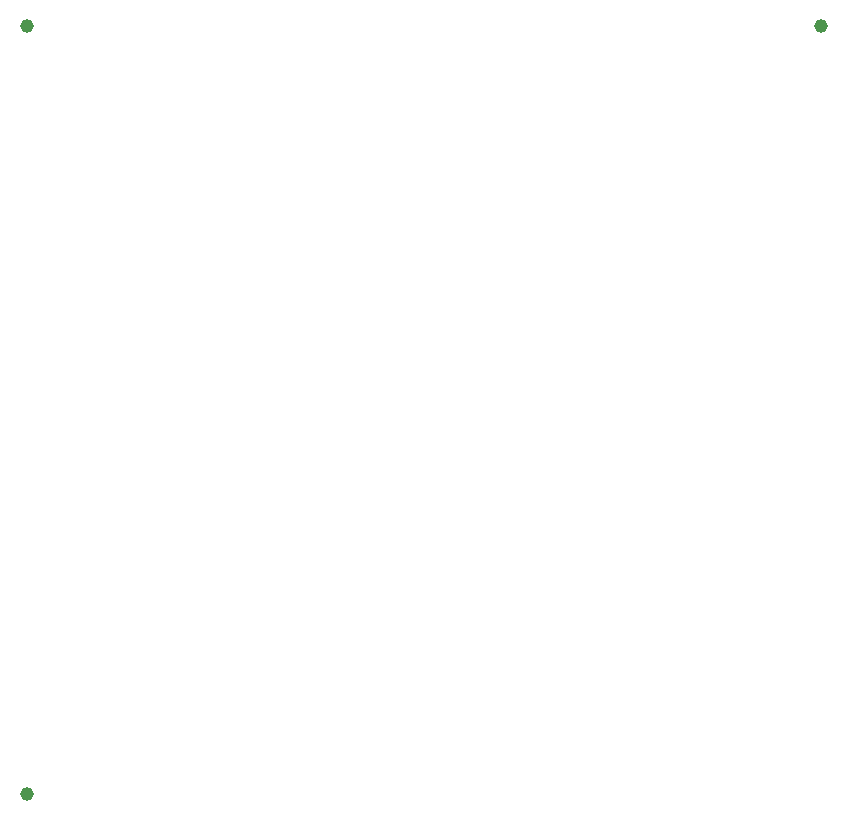
<source format=gbp>
G04 #@! TF.GenerationSoftware,KiCad,Pcbnew,7.0.2-6a45011f42~172~ubuntu22.04.1*
G04 #@! TF.CreationDate,2023-07-04T14:06:36+08:00*
G04 #@! TF.ProjectId,panel_3_3,70616e65-6c5f-4335-9f33-2e6b69636164,rev?*
G04 #@! TF.SameCoordinates,Original*
G04 #@! TF.FileFunction,Paste,Bot*
G04 #@! TF.FilePolarity,Positive*
%FSLAX46Y46*%
G04 Gerber Fmt 4.6, Leading zero omitted, Abs format (unit mm)*
G04 Created by KiCad (PCBNEW 7.0.2-6a45011f42~172~ubuntu22.04.1) date 2023-07-04 14:06:36*
%MOMM*%
%LPD*%
G01*
G04 APERTURE LIST*
%ADD10C,1.152000*%
G04 APERTURE END LIST*
D10*
G04 #@! TO.C,REF\u002A\u002A*
X2500000Y-2500000D03*
G04 #@! TD*
G04 #@! TO.C,REF\u002A\u002A*
X69700000Y-2500000D03*
G04 #@! TD*
G04 #@! TO.C,REF\u002A\u002A*
X2500000Y-67500000D03*
G04 #@! TD*
M02*

</source>
